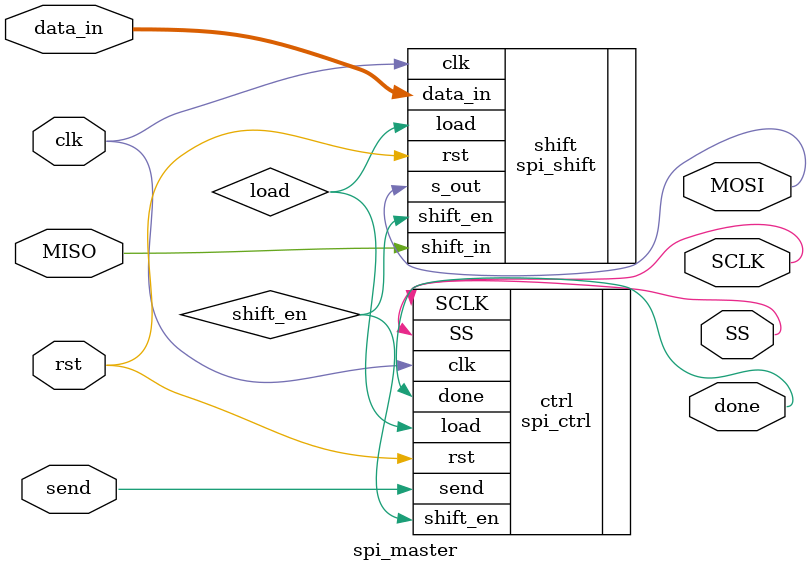
<source format=v>
`timescale 1ns / 1ps
module spi_master(
    input wire clk, rst,
    input wire [6:0] data_in,
    input wire MISO, send,
    output wire MOSI, SCLK, SS, done
);
    wire shift_en, load;
    
    spi_shift shift(
        .clk(clk), 
        .rst(rst), 
        .shift_en(shift_en), 
        .load(load), 
        .shift_in(MISO), 
        .data_in(data_in), 
        .s_out(MOSI)
    );
    
    spi_ctrl ctrl(
        .clk(clk),
        .rst(rst),
        .send(send),
        .shift_en(shift_en),
        .done(done),
		.load(load),
        .SCLK(SCLK),
        .SS(SS)
    );

endmodule

</source>
